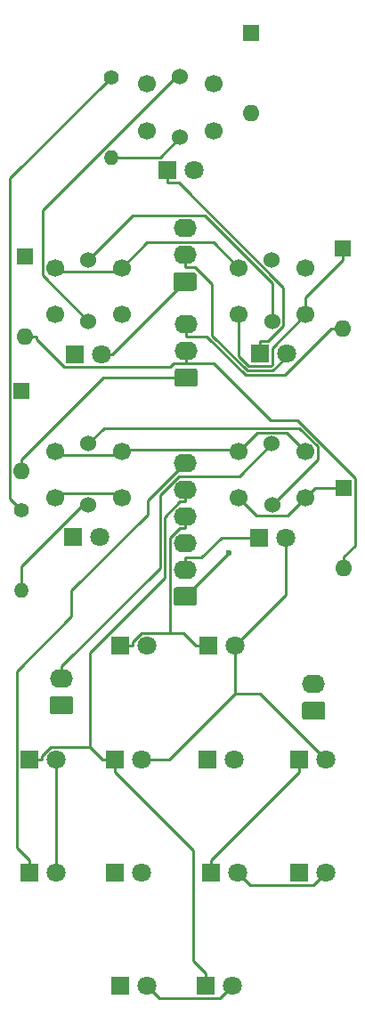
<source format=gbr>
G04 #@! TF.GenerationSoftware,KiCad,Pcbnew,(5.1.5-0-10_14)*
G04 #@! TF.CreationDate,2020-06-21T14:32:38+10:00*
G04 #@! TF.ProjectId,JETT_SELECT_Panel,4a455454-5f53-4454-9c45-43545f50616e,-*
G04 #@! TF.SameCoordinates,Original*
G04 #@! TF.FileFunction,Copper,L2,Bot*
G04 #@! TF.FilePolarity,Positive*
%FSLAX46Y46*%
G04 Gerber Fmt 4.6, Leading zero omitted, Abs format (unit mm)*
G04 Created by KiCad (PCBNEW (5.1.5-0-10_14)) date 2020-06-21 14:32:38*
%MOMM*%
%LPD*%
G04 APERTURE LIST*
%ADD10O,2.200000X1.740000*%
%ADD11C,0.100000*%
%ADD12C,1.524000*%
%ADD13C,1.700000*%
%ADD14O,1.400000X1.400000*%
%ADD15C,1.400000*%
%ADD16O,1.600000X1.600000*%
%ADD17R,1.600000X1.600000*%
%ADD18C,1.800000*%
%ADD19R,1.800000X1.800000*%
%ADD20C,0.600000*%
%ADD21C,0.228600*%
G04 APERTURE END LIST*
D10*
X102970000Y-90633000D03*
X102970000Y-93173000D03*
X102970000Y-95713000D03*
X102970000Y-98253000D03*
X102970000Y-100793000D03*
G04 #@! TA.AperFunction,ComponentPad*
D11*
G36*
X103844505Y-102464204D02*
G01*
X103868773Y-102467804D01*
X103892572Y-102473765D01*
X103915671Y-102482030D01*
X103937850Y-102492520D01*
X103958893Y-102505132D01*
X103978599Y-102519747D01*
X103996777Y-102536223D01*
X104013253Y-102554401D01*
X104027868Y-102574107D01*
X104040480Y-102595150D01*
X104050970Y-102617329D01*
X104059235Y-102640428D01*
X104065196Y-102664227D01*
X104068796Y-102688495D01*
X104070000Y-102712999D01*
X104070000Y-103953001D01*
X104068796Y-103977505D01*
X104065196Y-104001773D01*
X104059235Y-104025572D01*
X104050970Y-104048671D01*
X104040480Y-104070850D01*
X104027868Y-104091893D01*
X104013253Y-104111599D01*
X103996777Y-104129777D01*
X103978599Y-104146253D01*
X103958893Y-104160868D01*
X103937850Y-104173480D01*
X103915671Y-104183970D01*
X103892572Y-104192235D01*
X103868773Y-104198196D01*
X103844505Y-104201796D01*
X103820001Y-104203000D01*
X102119999Y-104203000D01*
X102095495Y-104201796D01*
X102071227Y-104198196D01*
X102047428Y-104192235D01*
X102024329Y-104183970D01*
X102002150Y-104173480D01*
X101981107Y-104160868D01*
X101961401Y-104146253D01*
X101943223Y-104129777D01*
X101926747Y-104111599D01*
X101912132Y-104091893D01*
X101899520Y-104070850D01*
X101889030Y-104048671D01*
X101880765Y-104025572D01*
X101874804Y-104001773D01*
X101871204Y-103977505D01*
X101870000Y-103953001D01*
X101870000Y-102712999D01*
X101871204Y-102688495D01*
X101874804Y-102664227D01*
X101880765Y-102640428D01*
X101889030Y-102617329D01*
X101899520Y-102595150D01*
X101912132Y-102574107D01*
X101926747Y-102554401D01*
X101943223Y-102536223D01*
X101961401Y-102519747D01*
X101981107Y-102505132D01*
X102002150Y-102492520D01*
X102024329Y-102482030D01*
X102047428Y-102473765D01*
X102071227Y-102467804D01*
X102095495Y-102464204D01*
X102119999Y-102463000D01*
X103820001Y-102463000D01*
X103844505Y-102464204D01*
G37*
G04 #@! TD.AperFunction*
D10*
X102950000Y-68322800D03*
X102950000Y-70862800D03*
G04 #@! TA.AperFunction,ComponentPad*
D11*
G36*
X103824505Y-72534004D02*
G01*
X103848773Y-72537604D01*
X103872572Y-72543565D01*
X103895671Y-72551830D01*
X103917850Y-72562320D01*
X103938893Y-72574932D01*
X103958599Y-72589547D01*
X103976777Y-72606023D01*
X103993253Y-72624201D01*
X104007868Y-72643907D01*
X104020480Y-72664950D01*
X104030970Y-72687129D01*
X104039235Y-72710228D01*
X104045196Y-72734027D01*
X104048796Y-72758295D01*
X104050000Y-72782799D01*
X104050000Y-74022801D01*
X104048796Y-74047305D01*
X104045196Y-74071573D01*
X104039235Y-74095372D01*
X104030970Y-74118471D01*
X104020480Y-74140650D01*
X104007868Y-74161693D01*
X103993253Y-74181399D01*
X103976777Y-74199577D01*
X103958599Y-74216053D01*
X103938893Y-74230668D01*
X103917850Y-74243280D01*
X103895671Y-74253770D01*
X103872572Y-74262035D01*
X103848773Y-74267996D01*
X103824505Y-74271596D01*
X103800001Y-74272800D01*
X102099999Y-74272800D01*
X102075495Y-74271596D01*
X102051227Y-74267996D01*
X102027428Y-74262035D01*
X102004329Y-74253770D01*
X101982150Y-74243280D01*
X101961107Y-74230668D01*
X101941401Y-74216053D01*
X101923223Y-74199577D01*
X101906747Y-74181399D01*
X101892132Y-74161693D01*
X101879520Y-74140650D01*
X101869030Y-74118471D01*
X101860765Y-74095372D01*
X101854804Y-74071573D01*
X101851204Y-74047305D01*
X101850000Y-74022801D01*
X101850000Y-72782799D01*
X101851204Y-72758295D01*
X101854804Y-72734027D01*
X101860765Y-72710228D01*
X101869030Y-72687129D01*
X101879520Y-72664950D01*
X101892132Y-72643907D01*
X101906747Y-72624201D01*
X101923223Y-72606023D01*
X101941401Y-72589547D01*
X101961107Y-72574932D01*
X101982150Y-72562320D01*
X102004329Y-72551830D01*
X102027428Y-72543565D01*
X102051227Y-72537604D01*
X102075495Y-72534004D01*
X102099999Y-72532800D01*
X103800001Y-72532800D01*
X103824505Y-72534004D01*
G37*
G04 #@! TD.AperFunction*
D12*
X111200000Y-88822800D03*
X111240000Y-94613800D03*
D13*
X108065000Y-89533800D03*
X114415000Y-89533800D03*
X108065000Y-93978800D03*
X114415000Y-93978800D03*
D12*
X93739800Y-88822800D03*
X93779800Y-94613800D03*
D13*
X90604800Y-89533800D03*
X96954800Y-89533800D03*
X90604800Y-93978800D03*
X96954800Y-93978800D03*
D12*
X111200000Y-71362800D03*
X111240000Y-77153800D03*
D13*
X108065000Y-72073800D03*
X114415000Y-72073800D03*
X108065000Y-76518800D03*
X114415000Y-76518800D03*
D12*
X93739800Y-71362800D03*
X93779800Y-77153800D03*
D13*
X90604800Y-72073800D03*
X96954800Y-72073800D03*
X90604800Y-76518800D03*
X96954800Y-76518800D03*
D12*
X102470000Y-53902800D03*
X102510000Y-59693800D03*
D13*
X99335000Y-54613800D03*
X105685000Y-54613800D03*
X99335000Y-59058800D03*
X105685000Y-59058800D03*
D14*
X87399800Y-102772800D03*
D15*
X87399800Y-95152800D03*
D14*
X95909800Y-61572800D03*
D15*
X95909800Y-53952800D03*
D10*
X115200000Y-111663000D03*
G04 #@! TA.AperFunction,ComponentPad*
D11*
G36*
X116074505Y-113334204D02*
G01*
X116098773Y-113337804D01*
X116122572Y-113343765D01*
X116145671Y-113352030D01*
X116167850Y-113362520D01*
X116188893Y-113375132D01*
X116208599Y-113389747D01*
X116226777Y-113406223D01*
X116243253Y-113424401D01*
X116257868Y-113444107D01*
X116270480Y-113465150D01*
X116280970Y-113487329D01*
X116289235Y-113510428D01*
X116295196Y-113534227D01*
X116298796Y-113558495D01*
X116300000Y-113582999D01*
X116300000Y-114823001D01*
X116298796Y-114847505D01*
X116295196Y-114871773D01*
X116289235Y-114895572D01*
X116280970Y-114918671D01*
X116270480Y-114940850D01*
X116257868Y-114961893D01*
X116243253Y-114981599D01*
X116226777Y-114999777D01*
X116208599Y-115016253D01*
X116188893Y-115030868D01*
X116167850Y-115043480D01*
X116145671Y-115053970D01*
X116122572Y-115062235D01*
X116098773Y-115068196D01*
X116074505Y-115071796D01*
X116050001Y-115073000D01*
X114349999Y-115073000D01*
X114325495Y-115071796D01*
X114301227Y-115068196D01*
X114277428Y-115062235D01*
X114254329Y-115053970D01*
X114232150Y-115043480D01*
X114211107Y-115030868D01*
X114191401Y-115016253D01*
X114173223Y-114999777D01*
X114156747Y-114981599D01*
X114142132Y-114961893D01*
X114129520Y-114940850D01*
X114119030Y-114918671D01*
X114110765Y-114895572D01*
X114104804Y-114871773D01*
X114101204Y-114847505D01*
X114100000Y-114823001D01*
X114100000Y-113582999D01*
X114101204Y-113558495D01*
X114104804Y-113534227D01*
X114110765Y-113510428D01*
X114119030Y-113487329D01*
X114129520Y-113465150D01*
X114142132Y-113444107D01*
X114156747Y-113424401D01*
X114173223Y-113406223D01*
X114191401Y-113389747D01*
X114211107Y-113375132D01*
X114232150Y-113362520D01*
X114254329Y-113352030D01*
X114277428Y-113343765D01*
X114301227Y-113337804D01*
X114325495Y-113334204D01*
X114349999Y-113333000D01*
X116050001Y-113333000D01*
X116074505Y-113334204D01*
G37*
G04 #@! TD.AperFunction*
D10*
X103060000Y-77462800D03*
X103060000Y-80002800D03*
G04 #@! TA.AperFunction,ComponentPad*
D11*
G36*
X103934505Y-81674004D02*
G01*
X103958773Y-81677604D01*
X103982572Y-81683565D01*
X104005671Y-81691830D01*
X104027850Y-81702320D01*
X104048893Y-81714932D01*
X104068599Y-81729547D01*
X104086777Y-81746023D01*
X104103253Y-81764201D01*
X104117868Y-81783907D01*
X104130480Y-81804950D01*
X104140970Y-81827129D01*
X104149235Y-81850228D01*
X104155196Y-81874027D01*
X104158796Y-81898295D01*
X104160000Y-81922799D01*
X104160000Y-83162801D01*
X104158796Y-83187305D01*
X104155196Y-83211573D01*
X104149235Y-83235372D01*
X104140970Y-83258471D01*
X104130480Y-83280650D01*
X104117868Y-83301693D01*
X104103253Y-83321399D01*
X104086777Y-83339577D01*
X104068599Y-83356053D01*
X104048893Y-83370668D01*
X104027850Y-83383280D01*
X104005671Y-83393770D01*
X103982572Y-83402035D01*
X103958773Y-83407996D01*
X103934505Y-83411596D01*
X103910001Y-83412800D01*
X102209999Y-83412800D01*
X102185495Y-83411596D01*
X102161227Y-83407996D01*
X102137428Y-83402035D01*
X102114329Y-83393770D01*
X102092150Y-83383280D01*
X102071107Y-83370668D01*
X102051401Y-83356053D01*
X102033223Y-83339577D01*
X102016747Y-83321399D01*
X102002132Y-83301693D01*
X101989520Y-83280650D01*
X101979030Y-83258471D01*
X101970765Y-83235372D01*
X101964804Y-83211573D01*
X101961204Y-83187305D01*
X101960000Y-83162801D01*
X101960000Y-81922799D01*
X101961204Y-81898295D01*
X101964804Y-81874027D01*
X101970765Y-81850228D01*
X101979030Y-81827129D01*
X101989520Y-81804950D01*
X102002132Y-81783907D01*
X102016747Y-81764201D01*
X102033223Y-81746023D01*
X102051401Y-81729547D01*
X102071107Y-81714932D01*
X102092150Y-81702320D01*
X102114329Y-81691830D01*
X102137428Y-81683565D01*
X102161227Y-81677604D01*
X102185495Y-81674004D01*
X102209999Y-81672800D01*
X103910001Y-81672800D01*
X103934505Y-81674004D01*
G37*
G04 #@! TD.AperFunction*
D10*
X91217800Y-111157000D03*
G04 #@! TA.AperFunction,ComponentPad*
D11*
G36*
X92092305Y-112828204D02*
G01*
X92116573Y-112831804D01*
X92140372Y-112837765D01*
X92163471Y-112846030D01*
X92185650Y-112856520D01*
X92206693Y-112869132D01*
X92226399Y-112883747D01*
X92244577Y-112900223D01*
X92261053Y-112918401D01*
X92275668Y-112938107D01*
X92288280Y-112959150D01*
X92298770Y-112981329D01*
X92307035Y-113004428D01*
X92312996Y-113028227D01*
X92316596Y-113052495D01*
X92317800Y-113076999D01*
X92317800Y-114317001D01*
X92316596Y-114341505D01*
X92312996Y-114365773D01*
X92307035Y-114389572D01*
X92298770Y-114412671D01*
X92288280Y-114434850D01*
X92275668Y-114455893D01*
X92261053Y-114475599D01*
X92244577Y-114493777D01*
X92226399Y-114510253D01*
X92206693Y-114524868D01*
X92185650Y-114537480D01*
X92163471Y-114547970D01*
X92140372Y-114556235D01*
X92116573Y-114562196D01*
X92092305Y-114565796D01*
X92067801Y-114567000D01*
X90367799Y-114567000D01*
X90343295Y-114565796D01*
X90319027Y-114562196D01*
X90295228Y-114556235D01*
X90272129Y-114547970D01*
X90249950Y-114537480D01*
X90228907Y-114524868D01*
X90209201Y-114510253D01*
X90191023Y-114493777D01*
X90174547Y-114475599D01*
X90159932Y-114455893D01*
X90147320Y-114434850D01*
X90136830Y-114412671D01*
X90128565Y-114389572D01*
X90122604Y-114365773D01*
X90119004Y-114341505D01*
X90117800Y-114317001D01*
X90117800Y-113076999D01*
X90119004Y-113052495D01*
X90122604Y-113028227D01*
X90128565Y-113004428D01*
X90136830Y-112981329D01*
X90147320Y-112959150D01*
X90159932Y-112938107D01*
X90174547Y-112918401D01*
X90191023Y-112900223D01*
X90209201Y-112883747D01*
X90228907Y-112869132D01*
X90249950Y-112856520D01*
X90272129Y-112846030D01*
X90295228Y-112837765D01*
X90319027Y-112831804D01*
X90343295Y-112828204D01*
X90367799Y-112827000D01*
X92067801Y-112827000D01*
X92092305Y-112828204D01*
G37*
G04 #@! TD.AperFunction*
D16*
X87399800Y-91422800D03*
D17*
X87399800Y-83802800D03*
D16*
X109260000Y-57372800D03*
D17*
X109260000Y-49752800D03*
D16*
X118080000Y-100672800D03*
D17*
X118080000Y-93052800D03*
D16*
X117980000Y-77862800D03*
D17*
X117980000Y-70242800D03*
D16*
X87719800Y-78632800D03*
D17*
X87719800Y-71012800D03*
D18*
X116364000Y-129633000D03*
D19*
X113824000Y-129633000D03*
D18*
X116364000Y-118843000D03*
D19*
X113824000Y-118843000D03*
D18*
X107982000Y-129633000D03*
D19*
X105442000Y-129633000D03*
D18*
X107626000Y-118843000D03*
D19*
X105086000Y-118843000D03*
D18*
X112560000Y-97742800D03*
D19*
X110020000Y-97742800D03*
D18*
X112590000Y-80272800D03*
D19*
X110050000Y-80272800D03*
D18*
X107474000Y-140367000D03*
D19*
X104934000Y-140367000D03*
D18*
X98837800Y-129633000D03*
D19*
X96297800Y-129633000D03*
D18*
X98837800Y-118843000D03*
D19*
X96297800Y-118843000D03*
D18*
X107728000Y-108043000D03*
D19*
X105188000Y-108043000D03*
D18*
X99345800Y-140367000D03*
D19*
X96805800Y-140367000D03*
D18*
X90709800Y-129633000D03*
D19*
X88169800Y-129633000D03*
D18*
X90709800Y-118843000D03*
D19*
X88169800Y-118843000D03*
D18*
X99345800Y-108043000D03*
D19*
X96805800Y-108043000D03*
D18*
X94889800Y-97712800D03*
D19*
X92349800Y-97712800D03*
D18*
X94999800Y-80312800D03*
D19*
X92459800Y-80312800D03*
D18*
X103810000Y-62822800D03*
D19*
X101270000Y-62822800D03*
D20*
X107087800Y-99215200D03*
D21*
X102970000Y-103333000D02*
X107087800Y-99215200D01*
X110050000Y-80272800D02*
X110050000Y-79080400D01*
X101270000Y-62822800D02*
X101270000Y-64015200D01*
X101270000Y-64015200D02*
X102361300Y-64015200D01*
X102361300Y-64015200D02*
X112297000Y-73950900D01*
X112297000Y-73950900D02*
X112297000Y-77653200D01*
X112297000Y-77653200D02*
X110869800Y-79080400D01*
X110869800Y-79080400D02*
X110050000Y-79080400D01*
X102950000Y-73402800D02*
X96040000Y-80312800D01*
X96040000Y-80312800D02*
X94999800Y-80312800D01*
X90709800Y-118843000D02*
X90709800Y-129633000D01*
X108827600Y-97742800D02*
X106418100Y-97742800D01*
X106418100Y-97742800D02*
X104530300Y-99630600D01*
X104530300Y-99630600D02*
X102970000Y-99630600D01*
X110020000Y-97742800D02*
X108827600Y-97742800D01*
X102970000Y-100793000D02*
X102970000Y-99630600D01*
X105442000Y-129633000D02*
X105442000Y-128440600D01*
X105442000Y-128440600D02*
X113824000Y-120058600D01*
X113824000Y-120058600D02*
X113824000Y-118843000D01*
X101571800Y-106850600D02*
X102803200Y-106850600D01*
X102803200Y-106850600D02*
X103995600Y-108043000D01*
X97998200Y-108043000D02*
X97998200Y-107670400D01*
X97998200Y-107670400D02*
X98818000Y-106850600D01*
X98818000Y-106850600D02*
X101571800Y-106850600D01*
X101571800Y-106850600D02*
X101571800Y-97739800D01*
X101571800Y-97739800D02*
X102436200Y-96875400D01*
X102436200Y-96875400D02*
X102970000Y-96875400D01*
X102970000Y-95713000D02*
X102970000Y-96875400D01*
X105188000Y-108043000D02*
X103995600Y-108043000D01*
X96805800Y-108043000D02*
X97998200Y-108043000D01*
X93913000Y-117650600D02*
X95105400Y-118843000D01*
X89362200Y-118843000D02*
X89362200Y-118470400D01*
X89362200Y-118470400D02*
X90182000Y-117650600D01*
X90182000Y-117650600D02*
X93913000Y-117650600D01*
X93913000Y-117650600D02*
X93913000Y-108670000D01*
X93913000Y-108670000D02*
X100988400Y-101594600D01*
X100988400Y-101594600D02*
X100988400Y-95783200D01*
X100988400Y-95783200D02*
X102436200Y-94335400D01*
X102436200Y-94335400D02*
X102970000Y-94335400D01*
X102970000Y-93173000D02*
X102970000Y-94335400D01*
X96297800Y-118843000D02*
X95105400Y-118843000D01*
X88169800Y-118843000D02*
X89362200Y-118843000D01*
X96297800Y-118843000D02*
X96297800Y-120035400D01*
X104934000Y-140367000D02*
X104934000Y-139174600D01*
X96297800Y-120035400D02*
X103741600Y-127479200D01*
X103741600Y-127479200D02*
X103741600Y-137982200D01*
X103741600Y-137982200D02*
X104934000Y-139174600D01*
X88169800Y-129633000D02*
X88169800Y-128440600D01*
X88169800Y-128440600D02*
X86946500Y-127217300D01*
X86946500Y-127217300D02*
X86946500Y-110435700D01*
X86946500Y-110435700D02*
X92176900Y-105205300D01*
X92176900Y-105205300D02*
X92176900Y-102781700D01*
X92176900Y-102781700D02*
X99411300Y-95547300D01*
X99411300Y-95547300D02*
X99411300Y-94191700D01*
X99411300Y-94191700D02*
X102970000Y-90633000D01*
X98837800Y-118843000D02*
X101442900Y-118843000D01*
X101442900Y-118843000D02*
X107728000Y-112557900D01*
X102950000Y-70862800D02*
X102950000Y-72025200D01*
X112590000Y-80272800D02*
X112590000Y-80557400D01*
X112590000Y-80557400D02*
X111259200Y-81888200D01*
X111259200Y-81888200D02*
X108860900Y-81888200D01*
X108860900Y-81888200D02*
X105532700Y-78560000D01*
X105532700Y-78560000D02*
X105532700Y-73670900D01*
X105532700Y-73670900D02*
X103887000Y-72025200D01*
X103887000Y-72025200D02*
X102950000Y-72025200D01*
X107728000Y-112557900D02*
X110078900Y-112557900D01*
X110078900Y-112557900D02*
X116364000Y-118843000D01*
X107728000Y-112557900D02*
X107728000Y-108043000D01*
X107728000Y-108043000D02*
X112560000Y-103211000D01*
X112560000Y-103211000D02*
X112560000Y-97742800D01*
X107982000Y-129633000D02*
X109174500Y-130825500D01*
X109174500Y-130825500D02*
X115171500Y-130825500D01*
X115171500Y-130825500D02*
X116364000Y-129633000D01*
X99345800Y-140367000D02*
X100538300Y-141559500D01*
X100538300Y-141559500D02*
X106281500Y-141559500D01*
X106281500Y-141559500D02*
X107474000Y-140367000D01*
X118080000Y-100672800D02*
X118080000Y-99580400D01*
X118080000Y-99580400D02*
X119172500Y-98487900D01*
X119172500Y-98487900D02*
X119172500Y-92066600D01*
X119172500Y-92066600D02*
X113679900Y-86574000D01*
X113679900Y-86574000D02*
X111065800Y-86574000D01*
X111065800Y-86574000D02*
X105657000Y-81165200D01*
X105657000Y-81165200D02*
X103060000Y-81165200D01*
X103060000Y-80002800D02*
X103060000Y-81165200D01*
X87719800Y-78632800D02*
X88812200Y-78632800D01*
X88812200Y-78632800D02*
X88812200Y-78905900D01*
X88812200Y-78905900D02*
X91424400Y-81518100D01*
X91424400Y-81518100D02*
X101544700Y-81518100D01*
X101544700Y-81518100D02*
X101897600Y-81165200D01*
X101897600Y-81165200D02*
X103060000Y-81165200D01*
X103060000Y-78625200D02*
X105022700Y-78625200D01*
X105022700Y-78625200D02*
X108692400Y-82294900D01*
X108692400Y-82294900D02*
X112455500Y-82294900D01*
X112455500Y-82294900D02*
X116887600Y-77862800D01*
X103060000Y-77462800D02*
X103060000Y-78625200D01*
X117980000Y-77862800D02*
X116887600Y-77862800D01*
X117980000Y-70242800D02*
X117980000Y-71335200D01*
X117980000Y-71335200D02*
X114415000Y-74900200D01*
X114415000Y-74900200D02*
X114415000Y-76518800D01*
X114415000Y-76518800D02*
X111242500Y-79691300D01*
X111242500Y-79691300D02*
X111242500Y-81316500D01*
X111242500Y-81316500D02*
X111093700Y-81465300D01*
X111093700Y-81465300D02*
X109013100Y-81465300D01*
X109013100Y-81465300D02*
X108065000Y-80517200D01*
X108065000Y-80517200D02*
X108065000Y-76518800D01*
X114415000Y-93978800D02*
X112713500Y-95680300D01*
X112713500Y-95680300D02*
X109766500Y-95680300D01*
X109766500Y-95680300D02*
X108065000Y-93978800D01*
X118080000Y-93052800D02*
X115341000Y-93052800D01*
X115341000Y-93052800D02*
X114415000Y-93978800D01*
X87399800Y-91422800D02*
X87399800Y-90330400D01*
X103060000Y-82542800D02*
X95187400Y-82542800D01*
X95187400Y-82542800D02*
X87399800Y-90330400D01*
X90604800Y-93978800D02*
X91037200Y-93546400D01*
X91037200Y-93546400D02*
X96522400Y-93546400D01*
X96522400Y-93546400D02*
X96954800Y-93978800D01*
X91217800Y-109994600D02*
X100581600Y-100630800D01*
X100581600Y-100630800D02*
X100581600Y-93674500D01*
X100581600Y-93674500D02*
X102353100Y-91903000D01*
X102353100Y-91903000D02*
X108119800Y-91903000D01*
X108119800Y-91903000D02*
X111200000Y-88822800D01*
X91217800Y-111157000D02*
X91217800Y-109994600D01*
X87399800Y-95152800D02*
X86307300Y-94060300D01*
X86307300Y-94060300D02*
X86307300Y-63555300D01*
X86307300Y-63555300D02*
X95909800Y-53952800D01*
X108065000Y-72073800D02*
X105661500Y-69670300D01*
X105661500Y-69670300D02*
X99358300Y-69670300D01*
X99358300Y-69670300D02*
X96954800Y-72073800D01*
X96954800Y-72073800D02*
X96601900Y-72426700D01*
X96601900Y-72426700D02*
X90957700Y-72426700D01*
X90957700Y-72426700D02*
X90604800Y-72073800D01*
X108065000Y-89533800D02*
X109864300Y-87734500D01*
X109864300Y-87734500D02*
X112615700Y-87734500D01*
X112615700Y-87734500D02*
X114415000Y-89533800D01*
X108065000Y-89533800D02*
X107953100Y-89421900D01*
X107953100Y-89421900D02*
X97066700Y-89421900D01*
X97066700Y-89421900D02*
X96954800Y-89533800D01*
X96954800Y-89533800D02*
X96595200Y-89893400D01*
X96595200Y-89893400D02*
X90964400Y-89893400D01*
X90964400Y-89893400D02*
X90604800Y-89533800D01*
X95909800Y-61572800D02*
X96902200Y-61572800D01*
X96902200Y-61572800D02*
X100631000Y-61572800D01*
X100631000Y-61572800D02*
X102510000Y-59693800D01*
X87399800Y-102772800D02*
X87399800Y-100443500D01*
X87399800Y-100443500D02*
X93229500Y-94613800D01*
X93229500Y-94613800D02*
X93779800Y-94613800D01*
X93779800Y-77153800D02*
X89423700Y-72797700D01*
X89423700Y-72797700D02*
X89423700Y-66627500D01*
X89423700Y-66627500D02*
X102148400Y-53902800D01*
X102148400Y-53902800D02*
X102470000Y-53902800D01*
X93739800Y-71362800D02*
X97948200Y-67154400D01*
X97948200Y-67154400D02*
X104806100Y-67154400D01*
X104806100Y-67154400D02*
X111240000Y-73588300D01*
X111240000Y-73588300D02*
X111240000Y-77153800D01*
X93739800Y-88822800D02*
X95244200Y-87318400D01*
X95244200Y-87318400D02*
X113818000Y-87318400D01*
X113818000Y-87318400D02*
X115561100Y-89061500D01*
X115561100Y-89061500D02*
X115561100Y-90292700D01*
X115561100Y-90292700D02*
X111240000Y-94613800D01*
M02*

</source>
